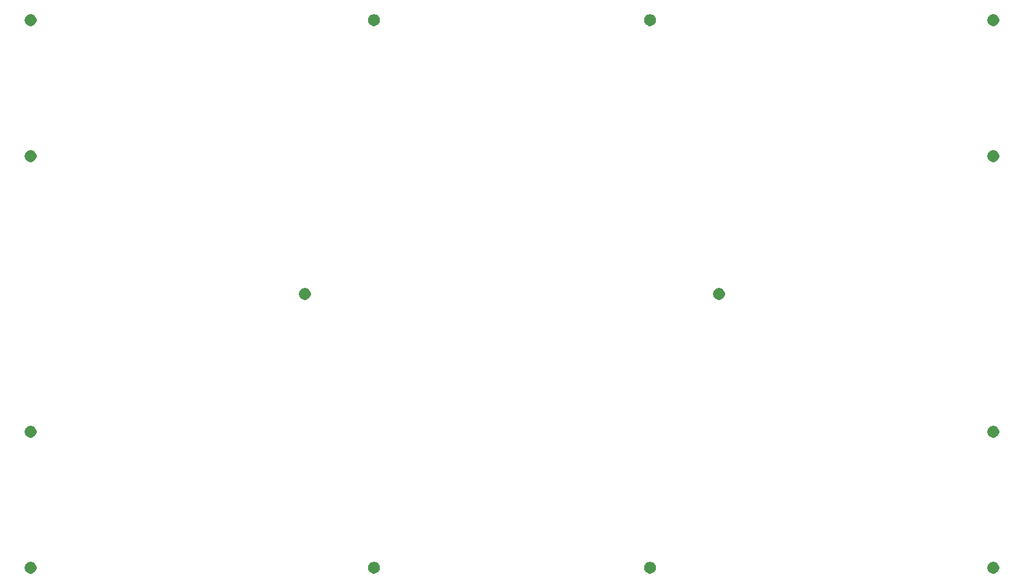
<source format=gts>
G04 #@! TF.GenerationSoftware,KiCad,Pcbnew,5.0.1-33cea8e~68~ubuntu18.04.1*
G04 #@! TF.CreationDate,2018-10-28T17:04:56+09:00*
G04 #@! TF.ProjectId,modulo-ergo42-bottomplate,6D6F64756C6F2D6572676F34322D626F,rev?*
G04 #@! TF.SameCoordinates,Original*
G04 #@! TF.FileFunction,Soldermask,Top*
G04 #@! TF.FilePolarity,Negative*
%FSLAX46Y46*%
G04 Gerber Fmt 4.6, Leading zero omitted, Abs format (unit mm)*
G04 Created by KiCad (PCBNEW 5.0.1-33cea8e~68~ubuntu18.04.1) date 2018年10月28日 17時04分56秒*
%MOMM*%
%LPD*%
G01*
G04 APERTURE LIST*
%ADD10C,0.100000*%
G04 APERTURE END LIST*
D10*
G36*
X142477142Y-111359242D02*
X142625102Y-111420530D01*
X142758258Y-111509502D01*
X142871498Y-111622742D01*
X142960470Y-111755898D01*
X143021758Y-111903858D01*
X143053000Y-112060925D01*
X143053000Y-112221075D01*
X143021758Y-112378142D01*
X142960470Y-112526102D01*
X142871498Y-112659258D01*
X142758258Y-112772498D01*
X142625102Y-112861470D01*
X142477142Y-112922758D01*
X142320075Y-112954000D01*
X142159925Y-112954000D01*
X142002858Y-112922758D01*
X141854898Y-112861470D01*
X141721742Y-112772498D01*
X141608502Y-112659258D01*
X141519530Y-112526102D01*
X141458242Y-112378142D01*
X141427000Y-112221075D01*
X141427000Y-112060925D01*
X141458242Y-111903858D01*
X141519530Y-111755898D01*
X141608502Y-111622742D01*
X141721742Y-111509502D01*
X141854898Y-111420530D01*
X142002858Y-111359242D01*
X142159925Y-111328000D01*
X142320075Y-111328000D01*
X142477142Y-111359242D01*
X142477142Y-111359242D01*
G37*
G36*
X104377142Y-111359242D02*
X104525102Y-111420530D01*
X104658258Y-111509502D01*
X104771498Y-111622742D01*
X104860470Y-111755898D01*
X104921758Y-111903858D01*
X104953000Y-112060925D01*
X104953000Y-112221075D01*
X104921758Y-112378142D01*
X104860470Y-112526102D01*
X104771498Y-112659258D01*
X104658258Y-112772498D01*
X104525102Y-112861470D01*
X104377142Y-112922758D01*
X104220075Y-112954000D01*
X104059925Y-112954000D01*
X103902858Y-112922758D01*
X103754898Y-112861470D01*
X103621742Y-112772498D01*
X103508502Y-112659258D01*
X103419530Y-112526102D01*
X103358242Y-112378142D01*
X103327000Y-112221075D01*
X103327000Y-112060925D01*
X103358242Y-111903858D01*
X103419530Y-111755898D01*
X103508502Y-111622742D01*
X103621742Y-111509502D01*
X103754898Y-111420530D01*
X103902858Y-111359242D01*
X104059925Y-111328000D01*
X104220075Y-111328000D01*
X104377142Y-111359242D01*
X104377142Y-111359242D01*
G37*
G36*
X57006142Y-111359242D02*
X57154102Y-111420530D01*
X57287258Y-111509502D01*
X57400498Y-111622742D01*
X57489470Y-111755898D01*
X57550758Y-111903858D01*
X57582000Y-112060925D01*
X57582000Y-112221075D01*
X57550758Y-112378142D01*
X57489470Y-112526102D01*
X57400498Y-112659258D01*
X57287258Y-112772498D01*
X57154102Y-112861470D01*
X57006142Y-112922758D01*
X56849075Y-112954000D01*
X56688925Y-112954000D01*
X56531858Y-112922758D01*
X56383898Y-112861470D01*
X56250742Y-112772498D01*
X56137502Y-112659258D01*
X56048530Y-112526102D01*
X55987242Y-112378142D01*
X55956000Y-112221075D01*
X55956000Y-112060925D01*
X55987242Y-111903858D01*
X56048530Y-111755898D01*
X56137502Y-111622742D01*
X56250742Y-111509502D01*
X56383898Y-111420530D01*
X56531858Y-111359242D01*
X56688925Y-111328000D01*
X56849075Y-111328000D01*
X57006142Y-111359242D01*
X57006142Y-111359242D01*
G37*
G36*
X189848142Y-111359242D02*
X189996102Y-111420530D01*
X190129258Y-111509502D01*
X190242498Y-111622742D01*
X190331470Y-111755898D01*
X190392758Y-111903858D01*
X190424000Y-112060925D01*
X190424000Y-112221075D01*
X190392758Y-112378142D01*
X190331470Y-112526102D01*
X190242498Y-112659258D01*
X190129258Y-112772498D01*
X189996102Y-112861470D01*
X189848142Y-112922758D01*
X189691075Y-112954000D01*
X189530925Y-112954000D01*
X189373858Y-112922758D01*
X189225898Y-112861470D01*
X189092742Y-112772498D01*
X188979502Y-112659258D01*
X188890530Y-112526102D01*
X188829242Y-112378142D01*
X188798000Y-112221075D01*
X188798000Y-112060925D01*
X188829242Y-111903858D01*
X188890530Y-111755898D01*
X188979502Y-111622742D01*
X189092742Y-111509502D01*
X189225898Y-111420530D01*
X189373858Y-111359242D01*
X189530925Y-111328000D01*
X189691075Y-111328000D01*
X189848142Y-111359242D01*
X189848142Y-111359242D01*
G37*
G36*
X189848142Y-92563242D02*
X189996102Y-92624530D01*
X190129258Y-92713502D01*
X190242498Y-92826742D01*
X190331470Y-92959898D01*
X190392758Y-93107858D01*
X190424000Y-93264925D01*
X190424000Y-93425075D01*
X190392758Y-93582142D01*
X190331470Y-93730102D01*
X190242498Y-93863258D01*
X190129258Y-93976498D01*
X189996102Y-94065470D01*
X189848142Y-94126758D01*
X189691075Y-94158000D01*
X189530925Y-94158000D01*
X189373858Y-94126758D01*
X189225898Y-94065470D01*
X189092742Y-93976498D01*
X188979502Y-93863258D01*
X188890530Y-93730102D01*
X188829242Y-93582142D01*
X188798000Y-93425075D01*
X188798000Y-93264925D01*
X188829242Y-93107858D01*
X188890530Y-92959898D01*
X188979502Y-92826742D01*
X189092742Y-92713502D01*
X189225898Y-92624530D01*
X189373858Y-92563242D01*
X189530925Y-92532000D01*
X189691075Y-92532000D01*
X189848142Y-92563242D01*
X189848142Y-92563242D01*
G37*
G36*
X57006142Y-92563242D02*
X57154102Y-92624530D01*
X57287258Y-92713502D01*
X57400498Y-92826742D01*
X57489470Y-92959898D01*
X57550758Y-93107858D01*
X57582000Y-93264925D01*
X57582000Y-93425075D01*
X57550758Y-93582142D01*
X57489470Y-93730102D01*
X57400498Y-93863258D01*
X57287258Y-93976498D01*
X57154102Y-94065470D01*
X57006142Y-94126758D01*
X56849075Y-94158000D01*
X56688925Y-94158000D01*
X56531858Y-94126758D01*
X56383898Y-94065470D01*
X56250742Y-93976498D01*
X56137502Y-93863258D01*
X56048530Y-93730102D01*
X55987242Y-93582142D01*
X55956000Y-93425075D01*
X55956000Y-93264925D01*
X55987242Y-93107858D01*
X56048530Y-92959898D01*
X56137502Y-92826742D01*
X56250742Y-92713502D01*
X56383898Y-92624530D01*
X56531858Y-92563242D01*
X56688925Y-92532000D01*
X56849075Y-92532000D01*
X57006142Y-92563242D01*
X57006142Y-92563242D01*
G37*
G36*
X152002142Y-73513242D02*
X152150102Y-73574530D01*
X152283258Y-73663502D01*
X152396498Y-73776742D01*
X152485470Y-73909898D01*
X152546758Y-74057858D01*
X152578000Y-74214925D01*
X152578000Y-74375075D01*
X152546758Y-74532142D01*
X152485470Y-74680102D01*
X152396498Y-74813258D01*
X152283258Y-74926498D01*
X152150102Y-75015470D01*
X152002142Y-75076758D01*
X151845075Y-75108000D01*
X151684925Y-75108000D01*
X151527858Y-75076758D01*
X151379898Y-75015470D01*
X151246742Y-74926498D01*
X151133502Y-74813258D01*
X151044530Y-74680102D01*
X150983242Y-74532142D01*
X150952000Y-74375075D01*
X150952000Y-74214925D01*
X150983242Y-74057858D01*
X151044530Y-73909898D01*
X151133502Y-73776742D01*
X151246742Y-73663502D01*
X151379898Y-73574530D01*
X151527858Y-73513242D01*
X151684925Y-73482000D01*
X151845075Y-73482000D01*
X152002142Y-73513242D01*
X152002142Y-73513242D01*
G37*
G36*
X94852142Y-73513242D02*
X95000102Y-73574530D01*
X95133258Y-73663502D01*
X95246498Y-73776742D01*
X95335470Y-73909898D01*
X95396758Y-74057858D01*
X95428000Y-74214925D01*
X95428000Y-74375075D01*
X95396758Y-74532142D01*
X95335470Y-74680102D01*
X95246498Y-74813258D01*
X95133258Y-74926498D01*
X95000102Y-75015470D01*
X94852142Y-75076758D01*
X94695075Y-75108000D01*
X94534925Y-75108000D01*
X94377858Y-75076758D01*
X94229898Y-75015470D01*
X94096742Y-74926498D01*
X93983502Y-74813258D01*
X93894530Y-74680102D01*
X93833242Y-74532142D01*
X93802000Y-74375075D01*
X93802000Y-74214925D01*
X93833242Y-74057858D01*
X93894530Y-73909898D01*
X93983502Y-73776742D01*
X94096742Y-73663502D01*
X94229898Y-73574530D01*
X94377858Y-73513242D01*
X94534925Y-73482000D01*
X94695075Y-73482000D01*
X94852142Y-73513242D01*
X94852142Y-73513242D01*
G37*
G36*
X57006142Y-54463242D02*
X57154102Y-54524530D01*
X57287258Y-54613502D01*
X57400498Y-54726742D01*
X57489470Y-54859898D01*
X57550758Y-55007858D01*
X57582000Y-55164925D01*
X57582000Y-55325075D01*
X57550758Y-55482142D01*
X57489470Y-55630102D01*
X57400498Y-55763258D01*
X57287258Y-55876498D01*
X57154102Y-55965470D01*
X57006142Y-56026758D01*
X56849075Y-56058000D01*
X56688925Y-56058000D01*
X56531858Y-56026758D01*
X56383898Y-55965470D01*
X56250742Y-55876498D01*
X56137502Y-55763258D01*
X56048530Y-55630102D01*
X55987242Y-55482142D01*
X55956000Y-55325075D01*
X55956000Y-55164925D01*
X55987242Y-55007858D01*
X56048530Y-54859898D01*
X56137502Y-54726742D01*
X56250742Y-54613502D01*
X56383898Y-54524530D01*
X56531858Y-54463242D01*
X56688925Y-54432000D01*
X56849075Y-54432000D01*
X57006142Y-54463242D01*
X57006142Y-54463242D01*
G37*
G36*
X189848142Y-54463242D02*
X189996102Y-54524530D01*
X190129258Y-54613502D01*
X190242498Y-54726742D01*
X190331470Y-54859898D01*
X190392758Y-55007858D01*
X190424000Y-55164925D01*
X190424000Y-55325075D01*
X190392758Y-55482142D01*
X190331470Y-55630102D01*
X190242498Y-55763258D01*
X190129258Y-55876498D01*
X189996102Y-55965470D01*
X189848142Y-56026758D01*
X189691075Y-56058000D01*
X189530925Y-56058000D01*
X189373858Y-56026758D01*
X189225898Y-55965470D01*
X189092742Y-55876498D01*
X188979502Y-55763258D01*
X188890530Y-55630102D01*
X188829242Y-55482142D01*
X188798000Y-55325075D01*
X188798000Y-55164925D01*
X188829242Y-55007858D01*
X188890530Y-54859898D01*
X188979502Y-54726742D01*
X189092742Y-54613502D01*
X189225898Y-54524530D01*
X189373858Y-54463242D01*
X189530925Y-54432000D01*
X189691075Y-54432000D01*
X189848142Y-54463242D01*
X189848142Y-54463242D01*
G37*
G36*
X57006142Y-35667242D02*
X57154102Y-35728530D01*
X57287258Y-35817502D01*
X57400498Y-35930742D01*
X57489470Y-36063898D01*
X57550758Y-36211858D01*
X57582000Y-36368925D01*
X57582000Y-36529075D01*
X57550758Y-36686142D01*
X57489470Y-36834102D01*
X57400498Y-36967258D01*
X57287258Y-37080498D01*
X57154102Y-37169470D01*
X57006142Y-37230758D01*
X56849075Y-37262000D01*
X56688925Y-37262000D01*
X56531858Y-37230758D01*
X56383898Y-37169470D01*
X56250742Y-37080498D01*
X56137502Y-36967258D01*
X56048530Y-36834102D01*
X55987242Y-36686142D01*
X55956000Y-36529075D01*
X55956000Y-36368925D01*
X55987242Y-36211858D01*
X56048530Y-36063898D01*
X56137502Y-35930742D01*
X56250742Y-35817502D01*
X56383898Y-35728530D01*
X56531858Y-35667242D01*
X56688925Y-35636000D01*
X56849075Y-35636000D01*
X57006142Y-35667242D01*
X57006142Y-35667242D01*
G37*
G36*
X104377142Y-35667242D02*
X104525102Y-35728530D01*
X104658258Y-35817502D01*
X104771498Y-35930742D01*
X104860470Y-36063898D01*
X104921758Y-36211858D01*
X104953000Y-36368925D01*
X104953000Y-36529075D01*
X104921758Y-36686142D01*
X104860470Y-36834102D01*
X104771498Y-36967258D01*
X104658258Y-37080498D01*
X104525102Y-37169470D01*
X104377142Y-37230758D01*
X104220075Y-37262000D01*
X104059925Y-37262000D01*
X103902858Y-37230758D01*
X103754898Y-37169470D01*
X103621742Y-37080498D01*
X103508502Y-36967258D01*
X103419530Y-36834102D01*
X103358242Y-36686142D01*
X103327000Y-36529075D01*
X103327000Y-36368925D01*
X103358242Y-36211858D01*
X103419530Y-36063898D01*
X103508502Y-35930742D01*
X103621742Y-35817502D01*
X103754898Y-35728530D01*
X103902858Y-35667242D01*
X104059925Y-35636000D01*
X104220075Y-35636000D01*
X104377142Y-35667242D01*
X104377142Y-35667242D01*
G37*
G36*
X142477142Y-35667242D02*
X142625102Y-35728530D01*
X142758258Y-35817502D01*
X142871498Y-35930742D01*
X142960470Y-36063898D01*
X143021758Y-36211858D01*
X143053000Y-36368925D01*
X143053000Y-36529075D01*
X143021758Y-36686142D01*
X142960470Y-36834102D01*
X142871498Y-36967258D01*
X142758258Y-37080498D01*
X142625102Y-37169470D01*
X142477142Y-37230758D01*
X142320075Y-37262000D01*
X142159925Y-37262000D01*
X142002858Y-37230758D01*
X141854898Y-37169470D01*
X141721742Y-37080498D01*
X141608502Y-36967258D01*
X141519530Y-36834102D01*
X141458242Y-36686142D01*
X141427000Y-36529075D01*
X141427000Y-36368925D01*
X141458242Y-36211858D01*
X141519530Y-36063898D01*
X141608502Y-35930742D01*
X141721742Y-35817502D01*
X141854898Y-35728530D01*
X142002858Y-35667242D01*
X142159925Y-35636000D01*
X142320075Y-35636000D01*
X142477142Y-35667242D01*
X142477142Y-35667242D01*
G37*
G36*
X189848142Y-35667242D02*
X189996102Y-35728530D01*
X190129258Y-35817502D01*
X190242498Y-35930742D01*
X190331470Y-36063898D01*
X190392758Y-36211858D01*
X190424000Y-36368925D01*
X190424000Y-36529075D01*
X190392758Y-36686142D01*
X190331470Y-36834102D01*
X190242498Y-36967258D01*
X190129258Y-37080498D01*
X189996102Y-37169470D01*
X189848142Y-37230758D01*
X189691075Y-37262000D01*
X189530925Y-37262000D01*
X189373858Y-37230758D01*
X189225898Y-37169470D01*
X189092742Y-37080498D01*
X188979502Y-36967258D01*
X188890530Y-36834102D01*
X188829242Y-36686142D01*
X188798000Y-36529075D01*
X188798000Y-36368925D01*
X188829242Y-36211858D01*
X188890530Y-36063898D01*
X188979502Y-35930742D01*
X189092742Y-35817502D01*
X189225898Y-35728530D01*
X189373858Y-35667242D01*
X189530925Y-35636000D01*
X189691075Y-35636000D01*
X189848142Y-35667242D01*
X189848142Y-35667242D01*
G37*
M02*

</source>
